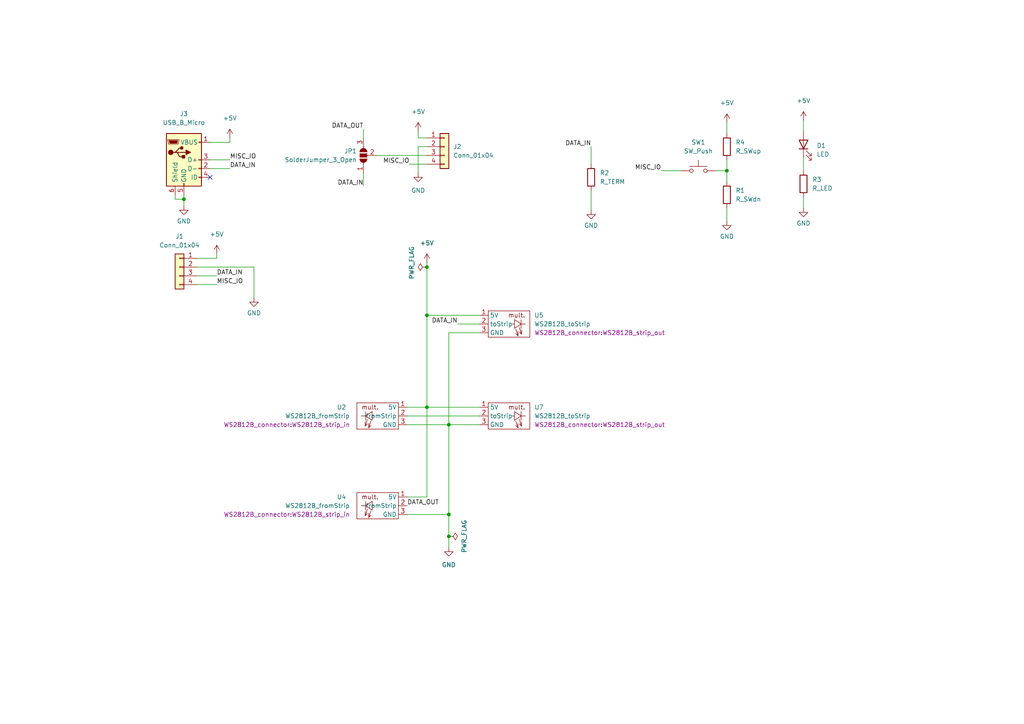
<source format=kicad_sch>
(kicad_sch (version 20211123) (generator eeschema)
  (paper "A4")
  (lib_symbols
    (symbol "Connector:USB_B_Micro" (pin_names (offset 1.016))
      (property "Reference" "J" (at -5.08 11.43 0))
      (property "Value" "USB_B_Micro" (at -5.08 8.89 0))
      (symbol "USB_B_Micro_0_1"
        (rectangle (start -5.08 -7.62) (end 5.08 7.62) (stroke (width 0.254)) (fill (type background)))
        (circle (center -3.81 2.159) (radius 0.635) (stroke (width 0.254)) (fill (type outline)))
        (circle (center -0.635 3.429) (radius 0.381) (stroke (width 0.254)) (fill (type outline)))
        (rectangle (start -0.127 -7.62) (end 0.127 -6.858))
        (polyline (pts (xy -1.905 2.159) (xy 0.635 2.159)) (stroke (width 0.254)))
        (polyline (pts (xy -3.175 2.159) (xy -2.54 2.159) (xy -1.27 3.429) (xy -0.635 3.429)) (stroke (width 0.254)))
        (polyline (pts (xy -2.54 2.159) (xy -1.905 2.159) (xy -1.27 0.889) (xy 0 0.889)) (stroke (width 0.254)))
        (polyline (pts (xy 0.635 2.794) (xy 0.635 1.524) (xy 1.905 2.159) (xy 0.635 2.794)) (stroke (width 0.254)) (fill (type outline)))
        (polyline (pts (xy -4.318 5.588) (xy -1.778 5.588) (xy -2.032 4.826) (xy -4.064 4.826) (xy -4.318 5.588)) (fill (type outline)))
        (polyline (pts (xy -4.699 5.842) (xy -4.699 5.588) (xy -4.445 4.826) (xy -4.445 4.572) (xy -1.651 4.572) (xy -1.651 4.826) (xy -1.397 5.588) (xy -1.397 5.842) (xy -4.699 5.842)))
        (rectangle (start 0.254 1.27) (end -0.508 0.508) (stroke (width 0.254)) (fill (type outline)))
        (rectangle (start 5.08 -5.207) (end 4.318 -4.953))
        (rectangle (start 5.08 -2.667) (end 4.318 -2.413))
        (rectangle (start 5.08 -0.127) (end 4.318 0.127))
        (rectangle (start 5.08 4.953) (end 4.318 5.207))
      )
      (symbol "USB_B_Micro_1_1"
        (pin power_out line (at 7.62 5.08 180) (length 2.54) (name "VBUS") (number "1"))
        (pin bidirectional line (at 7.62 -2.54 180) (length 2.54) (name "D-") (number "2"))
        (pin bidirectional line (at 7.62 0 180) (length 2.54) (name "D+") (number "3"))
        (pin passive line (at 7.62 -5.08 180) (length 2.54) (name "ID") (number "4"))
        (pin power_out line (at 0 -10.16 90) (length 2.54) (name "GND") (number "5"))
        (pin passive line (at -2.54 -10.16 90) (length 2.54) (name "Shield") (number "6"))
      )
    )
    (symbol "Connector_Generic:Conn_01x04" (pin_names (offset 1.016) hide)
      (property "Reference" "J" (at 0 5.08 0))
      (property "Value" "Conn_01x04" (at 0 -7.62 0))
      (symbol "Conn_01x04_1_1"
        (rectangle (start -1.27 -4.953) (end 0 -5.207) (stroke (width 0.1524)))
        (rectangle (start -1.27 -2.413) (end 0 -2.667) (stroke (width 0.1524)))
        (rectangle (start -1.27 0.127) (end 0 -0.127) (stroke (width 0.1524)))
        (rectangle (start -1.27 2.667) (end 0 2.413) (stroke (width 0.1524)))
        (rectangle (start -1.27 3.81) (end 1.27 -6.35) (stroke (width 0.254)) (fill (type background)))
        (pin passive line (at -5.08 2.54 0) (length 3.81) (name "Pin_1") (number "1"))
        (pin passive line (at -5.08 0 0) (length 3.81) (name "Pin_2") (number "2"))
        (pin passive line (at -5.08 -2.54 0) (length 3.81) (name "Pin_3") (number "3"))
        (pin passive line (at -5.08 -5.08 0) (length 3.81) (name "Pin_4") (number "4"))
      )
    )
    (symbol "Device:LED" (pin_numbers hide) (pin_names (offset 1.016) hide)
      (property "Reference" "D" (at 0 2.54 0))
      (property "Value" "LED" (at 0 -2.54 0))
      (symbol "LED_0_1"
        (polyline (pts (xy -1.27 -1.27) (xy -1.27 1.27)) (stroke (width 0.254)))
        (polyline (pts (xy -1.27 0) (xy 1.27 0)))
        (polyline (pts (xy 1.27 -1.27) (xy 1.27 1.27) (xy -1.27 0) (xy 1.27 -1.27)) (stroke (width 0.254)))
        (polyline (pts (xy -3.048 -0.762) (xy -4.572 -2.286) (xy -3.81 -2.286) (xy -4.572 -2.286) (xy -4.572 -1.524)))
        (polyline (pts (xy -1.778 -0.762) (xy -3.302 -2.286) (xy -2.54 -2.286) (xy -3.302 -2.286) (xy -3.302 -1.524)))
      )
      (symbol "LED_1_1"
        (pin passive line (at -3.81 0 0) (length 2.54) (name "K") (number "1"))
        (pin passive line (at 3.81 0 180) (length 2.54) (name "A") (number "2"))
      )
    )
    (symbol "Device:R" (pin_numbers hide) (pin_names (offset 0))
      (property "Reference" "R" (at 2.032 0 90))
      (property "Value" "R" (at 0 0 90))
      (symbol "R_0_1"
        (rectangle (start -1.016 -2.54) (end 1.016 2.54) (stroke (width 0.254)))
      )
      (symbol "R_1_1"
        (pin passive line (at 0 3.81 270) (length 1.27) (name "~") (number "1"))
        (pin passive line (at 0 -3.81 90) (length 1.27) (name "~") (number "2"))
      )
    )
    (symbol "Jumper:SolderJumper_3_Open" (pin_names (offset 0) hide)
      (property "Reference" "JP" (at -2.54 -2.54 0))
      (property "Value" "SolderJumper_3_Open" (at 0 2.794 0))
      (symbol "SolderJumper_3_Open_0_1"
        (arc (start -1.016 1.016) (mid -2.032 0) (end -1.016 -1.016))
        (arc (start -1.016 1.016) (mid -2.032 0) (end -1.016 -1.016) (fill (type outline)))
        (rectangle (start -0.508 1.016) (end 0.508 -1.016) (fill (type outline)))
        (polyline (pts (xy -2.54 0) (xy -2.032 0)))
        (polyline (pts (xy -1.016 1.016) (xy -1.016 -1.016)))
        (polyline (pts (xy 0 -1.27) (xy 0 -1.016)))
        (polyline (pts (xy 1.016 1.016) (xy 1.016 -1.016)))
        (polyline (pts (xy 2.54 0) (xy 2.032 0)))
        (arc (start 1.016 -1.016) (mid 2.032 0) (end 1.016 1.016))
        (arc (start 1.016 -1.016) (mid 2.032 0) (end 1.016 1.016) (fill (type outline)))
      )
      (symbol "SolderJumper_3_Open_1_1"
        (pin passive line (at -5.08 0 0) (length 2.54) (name "A") (number "1"))
        (pin passive line (at 0 -3.81 90) (length 2.54) (name "C") (number "2"))
        (pin passive line (at 5.08 0 180) (length 2.54) (name "B") (number "3"))
      )
    )
    (symbol "Switch:SW_Push" (pin_numbers hide) (pin_names (offset 1.016) hide)
      (property "Reference" "SW" (at 1.27 2.54 0))
      (property "Value" "SW_Push" (at 0 -1.524 0))
      (symbol "SW_Push_0_1"
        (circle (center -2.032 0) (radius 0.508))
        (polyline (pts (xy 0 1.27) (xy 0 3.048)))
        (polyline (pts (xy 2.54 1.27) (xy -2.54 1.27)))
        (circle (center 2.032 0) (radius 0.508))
        (pin passive line (at -5.08 0 0) (length 2.54) (name "1") (number "1"))
        (pin passive line (at 5.08 0 180) (length 2.54) (name "2") (number "2"))
      )
    )
    (symbol "WS2812B_strip:WS2812B_fromStrip"
      (property "Reference" "U" (at 0 3.81 0))
      (property "Value" "WS2812B_fromStrip" (at 0 -6.604 0))
      (property "Footprint" "WS2812B_connector:WS2812B_strip_in" (at 0 6.858 0))
      (symbol "WS2812B_fromStrip_0_0"
        (text "mult." (at 6.35 1.27 0) (effects (font (size 1.27 1.27))))
      )
      (symbol "WS2812B_fromStrip_0_1"
        (rectangle (start -1.905 2.54) (end 10.16 -5.08))
        (polyline (pts (xy 5.08 -1.27) (xy 5.715 -1.27)))
        (polyline (pts (xy 6.096 -2.794) (xy 6.731 -4.699)))
        (polyline (pts (xy 6.731 -4.699) (xy 6.096 -4.064)))
        (polyline (pts (xy 6.731 -4.699) (xy 6.731 -4.064)))
        (polyline (pts (xy 6.731 -4.064) (xy 6.731 -3.429)))
        (polyline (pts (xy 7.112 -2.286) (xy 7.747 -4.191)))
        (polyline (pts (xy 7.62 -1.27) (xy 8.89 -1.27)))
        (polyline (pts (xy 7.62 0) (xy 7.62 -2.54)))
        (polyline (pts (xy 7.747 -4.191) (xy 7.112 -3.556)))
        (polyline (pts (xy 7.747 -4.191) (xy 7.747 -3.556)))
        (polyline (pts (xy 7.747 -3.556) (xy 7.747 -2.921)))
        (polyline (pts (xy 5.715 0) (xy 5.715 -2.54) (xy 7.62 -1.27) (xy 5.715 0)))
      )
      (symbol "WS2812B_fromStrip_1_1"
        (pin power_in line (at -4.445 1.27 0) (length 2.54) (name "5V") (number "1"))
        (pin output line (at -4.445 -1.27 0) (length 2.54) (name "fromStrip") (number "2"))
        (pin power_in line (at -4.445 -3.81 0) (length 2.54) (name "GND") (number "3"))
      )
    )
    (symbol "WS2812B_strip:WS2812B_toStrip"
      (property "Reference" "U" (at 0 3.81 0))
      (property "Value" "WS2812B_toStrip" (at 0 -6.604 0))
      (property "Footprint" "WS2812B_connector:WS2812B_strip_out" (at 0 6.858 0))
      (symbol "WS2812B_toStrip_0_0"
        (text "mult." (at 6.35 1.27 0) (effects (font (size 1.27 1.27))))
      )
      (symbol "WS2812B_toStrip_0_1"
        (rectangle (start -1.905 2.54) (end 10.16 -5.08))
        (polyline (pts (xy 5.08 -1.27) (xy 5.715 -1.27)))
        (polyline (pts (xy 6.096 -2.794) (xy 6.731 -4.699)))
        (polyline (pts (xy 6.731 -4.699) (xy 6.096 -4.064)))
        (polyline (pts (xy 6.731 -4.699) (xy 6.731 -4.064)))
        (polyline (pts (xy 6.731 -4.064) (xy 6.731 -3.429)))
        (polyline (pts (xy 7.112 -2.286) (xy 7.747 -4.191)))
        (polyline (pts (xy 7.62 -1.27) (xy 8.89 -1.27)))
        (polyline (pts (xy 7.62 0) (xy 7.62 -2.54)))
        (polyline (pts (xy 7.747 -4.191) (xy 7.112 -3.556)))
        (polyline (pts (xy 7.747 -4.191) (xy 7.747 -3.556)))
        (polyline (pts (xy 7.747 -3.556) (xy 7.747 -2.921)))
        (polyline (pts (xy 5.715 0) (xy 5.715 -2.54) (xy 7.62 -1.27) (xy 5.715 0)))
      )
      (symbol "WS2812B_toStrip_1_1"
        (pin power_in line (at -4.445 1.27 0) (length 2.54) (name "5V") (number "1"))
        (pin input line (at -4.445 -1.27 0) (length 2.54) (name "toStrip") (number "2"))
        (pin power_in line (at -4.445 -3.81 0) (length 2.54) (name "GND") (number "3"))
      )
    )
    (symbol "power:+5V" (power) (pin_names (offset 0))
      (property "Value" "+5V" (at 0 3.556 0))
      (symbol "+5V_0_1"
        (polyline (pts (xy -0.762 1.27) (xy 0 2.54)))
        (polyline (pts (xy 0 0) (xy 0 2.54)))
        (polyline (pts (xy 0 2.54) (xy 0.762 1.27)))
      )
      (symbol "+5V_1_1"
        (pin power_in line (at 0 0 90) (length 0) hide (name "+5V") (number "1"))
      )
    )
    (symbol "power:GND" (power) (pin_names (offset 0))
      (property "Value" "GND" (at 0 -3.81 0))
      (symbol "GND_0_1"
        (polyline (pts (xy 0 0) (xy 0 -1.27) (xy 1.27 -1.27) (xy 0 -2.54) (xy -1.27 -1.27) (xy 0 -1.27)))
      )
      (symbol "GND_1_1"
        (pin power_in line (at 0 0 270) (length 0) hide (name "GND") (number "1"))
      )
    )
    (symbol "power:PWR_FLAG" (power) (pin_numbers hide) (pin_names (offset 0) hide)
      (property "Value" "PWR_FLAG" (at 0 3.81 0))
      (symbol "PWR_FLAG_0_0"
        (pin power_out line (at 0 0 90) (length 0) (name "pwr") (number "1"))
      )
      (symbol "PWR_FLAG_0_1"
        (polyline (pts (xy 0 0) (xy 0 1.27) (xy -1.016 1.905) (xy 0 2.54) (xy 1.016 1.905) (xy 0 1.27)))
      )
    )
  )
  (junction (at 123.825 118.11))
  (junction (at 210.82 49.53))
  (junction (at 123.825 91.44))
  (junction (at 123.825 77.47))
  (junction (at 130.175 123.19))
  (junction (at 53.34 57.785))
  (junction (at 130.175 155.575))
  (junction (at 130.175 149.225))
  (no_connect (at 60.96 51.435))
  (wire (pts (xy 130.175 123.19) (xy 139.065 123.19)))
  (wire (pts (xy 207.645 49.53) (xy 210.82 49.53)))
  (wire (pts (xy 105.41 50.165) (xy 105.41 53.975)))
  (wire (pts (xy 57.15 77.47) (xy 73.66 77.47)))
  (wire (pts (xy 130.175 123.19) (xy 130.175 149.225)))
  (wire (pts (xy 123.825 77.47) (xy 123.825 91.44)))
  (wire (pts (xy 210.82 46.355) (xy 210.82 49.53)))
  (wire (pts (xy 123.825 91.44) (xy 139.065 91.44)))
  (wire (pts (xy 171.45 55.245) (xy 171.45 60.96)))
  (wire (pts (xy 73.66 77.47) (xy 73.66 86.36)))
  (wire (pts (xy 130.175 96.52) (xy 139.065 96.52)))
  (wire (pts (xy 118.11 123.19) (xy 130.175 123.19)))
  (wire (pts (xy 191.77 49.53) (xy 197.485 49.53)))
  (wire (pts (xy 123.825 118.11) (xy 123.825 144.145)))
  (wire (pts (xy 60.96 48.895) (xy 66.675 48.895)))
  (wire (pts (xy 123.825 76.2) (xy 123.825 77.47)))
  (wire (pts (xy 66.675 41.275) (xy 66.675 40.005)))
  (wire (pts (xy 50.8 56.515) (xy 50.8 57.785)))
  (wire (pts (xy 66.675 46.355) (xy 60.96 46.355)))
  (wire (pts (xy 233.045 34.925) (xy 233.045 38.1)))
  (wire (pts (xy 53.34 57.785) (xy 53.34 59.69)))
  (wire (pts (xy 171.45 42.545) (xy 171.45 47.625)))
  (wire (pts (xy 121.285 42.545) (xy 123.825 42.545)))
  (wire (pts (xy 123.825 91.44) (xy 123.825 118.11)))
  (wire (pts (xy 118.11 118.11) (xy 123.825 118.11)))
  (wire (pts (xy 118.11 149.225) (xy 130.175 149.225)))
  (wire (pts (xy 109.22 45.085) (xy 123.825 45.085)))
  (wire (pts (xy 132.715 93.98) (xy 139.065 93.98)))
  (wire (pts (xy 60.96 41.275) (xy 66.675 41.275)))
  (wire (pts (xy 130.175 96.52) (xy 130.175 123.19)))
  (wire (pts (xy 57.15 74.93) (xy 62.865 74.93)))
  (wire (pts (xy 118.745 47.625) (xy 123.825 47.625)))
  (wire (pts (xy 233.045 57.15) (xy 233.045 60.325)))
  (wire (pts (xy 123.825 40.005) (xy 121.285 40.005)))
  (wire (pts (xy 118.11 120.65) (xy 139.065 120.65)))
  (wire (pts (xy 210.82 60.325) (xy 210.82 64.135)))
  (wire (pts (xy 62.865 74.93) (xy 62.865 73.66)))
  (wire (pts (xy 210.82 49.53) (xy 210.82 52.705)))
  (wire (pts (xy 53.34 56.515) (xy 53.34 57.785)))
  (wire (pts (xy 121.285 38.1) (xy 121.285 40.005)))
  (wire (pts (xy 121.285 50.165) (xy 121.285 42.545)))
  (wire (pts (xy 123.825 118.11) (xy 139.065 118.11)))
  (wire (pts (xy 62.865 80.01) (xy 57.15 80.01)))
  (wire (pts (xy 130.175 149.225) (xy 130.175 155.575)))
  (wire (pts (xy 123.825 144.145) (xy 118.11 144.145)))
  (wire (pts (xy 233.045 45.72) (xy 233.045 49.53)))
  (wire (pts (xy 50.8 57.785) (xy 53.34 57.785)))
  (wire (pts (xy 105.41 37.465) (xy 105.41 40.005)))
  (wire (pts (xy 210.82 35.56) (xy 210.82 38.735)))
  (wire (pts (xy 57.15 82.55) (xy 62.865 82.55)))
  (wire (pts (xy 130.175 155.575) (xy 130.175 158.75)))
  (label "DATA_OUT" (at 118.11 146.685 0))
  (label "DATA_IN" (at 105.41 53.975 180))
  (label "MISC_IO" (at 191.77 49.53 180))
  (label "DATA_IN" (at 66.675 48.895 0))
  (label "DATA_IN" (at 62.865 80.01 0))
  (label "MISC_IO" (at 118.745 47.625 180))
  (label "MISC_IO" (at 62.865 82.55 0))
  (label "MISC_IO" (at 66.675 46.355 0))
  (label "DATA_OUT" (at 105.41 37.465 180))
  (label "DATA_IN" (at 171.45 42.545 180))
  (label "DATA_IN" (at 132.715 93.98 180))
  (symbol (lib_id "power:PWR_FLAG") (at 130.175 155.575 270) (unit 1)
    (property "Reference" "#FLG0101" (effects hide))
    (property "Value" "PWR_FLAG" (at 134.62 160.3828 0) (effects (justify right)))
  )
  (symbol (lib_id "Connector_Generic:Conn_01x04") (at 128.905 42.545 0) (unit 1)
    (property "Reference" "J2" (at 131.445 42.5449 0) (effects (justify left)))
    (property "Value" "Conn_01x04" (at 131.445 45.0849 0) (effects (justify left)))
    (property "Footprint" "Connector_JST:JST_PH_S4B-PH-K_1x04_P2.00mm_Horizontal" (effects hide))
  )
  (symbol (lib_id "power:GND") (at 210.82 64.135 0) (unit 1)
    (property "Reference" "#PWR0104" (effects hide))
    (property "Value" "GND" (at 210.82 68.58 0))
  )
  (symbol (lib_id "Device:R") (at 171.45 51.435 0) (unit 1)
    (property "Reference" "R2" (at 173.99 50.1649 0) (effects (justify left)))
    (property "Value" "R_TERM" (at 173.99 52.7049 0) (effects (justify left)))
    (property "Footprint" "Resistor_SMD:R_0805_2012Metric_Pad1.20x1.40mm_HandSolder" (effects hide))
  )
  (symbol (lib_id "Device:R") (at 210.82 56.515 0) (unit 1)
    (property "Reference" "R1" (at 213.36 55.2449 0) (effects (justify left)))
    (property "Value" "R_SWdn" (at 213.36 57.7849 0) (effects (justify left)))
    (property "Footprint" "Resistor_SMD:R_0805_2012Metric_Pad1.20x1.40mm_HandSolder" (effects hide))
  )
  (symbol (lib_id "power:GND") (at 73.66 86.36 0) (unit 1)
    (property "Reference" "#PWR0108" (effects hide))
    (property "Value" "GND" (at 73.66 90.805 0))
  )
  (symbol (lib_id "power:GND") (at 130.175 158.75 0) (unit 1)
    (property "Reference" "#PWR0112" (effects hide))
    (property "Value" "GND" (at 130.175 163.83 0))
  )
  (symbol (lib_id "power:GND") (at 171.45 60.96 0) (unit 1)
    (property "Reference" "#PWR0107" (effects hide))
    (property "Value" "GND" (at 171.45 65.405 0))
  )
  (symbol (lib_id "power:PWR_FLAG") (at 123.825 77.47 90) (unit 1)
    (property "Reference" "#FLG0102" (effects hide))
    (property "Value" "PWR_FLAG" (at 119.38 76.2 0))
  )
  (symbol (lib_id "WS2812B_strip:WS2812B_toStrip") (at 143.51 92.71 0) (unit 1)
    (property "Reference" "U5" (at 154.94 91.4399 0) (effects (justify left)))
    (property "Value" "WS2812B_toStrip" (at 154.94 93.9799 0) (effects (justify left)))
    (property "Footprint" "WS2812B_connector:WS2812B_strip_out" (at 154.94 96.5199 0) (effects (justify left)))
  )
  (symbol (lib_id "power:+5V") (at 121.285 38.1 0) (unit 1)
    (property "Reference" "#PWR0113" (effects hide))
    (property "Value" "+5V" (at 121.285 32.385 0))
  )
  (symbol (lib_id "power:+5V") (at 66.675 40.005 0) (unit 1)
    (property "Reference" "#PWR0111" (effects hide))
    (property "Value" "+5V" (at 66.675 34.29 0))
  )
  (symbol (lib_id "Device:R") (at 233.045 53.34 0) (unit 1)
    (property "Reference" "R3" (at 235.585 52.0699 0) (effects (justify left)))
    (property "Value" "R_LED" (at 235.585 54.6099 0) (effects (justify left)))
    (property "Footprint" "Resistor_SMD:R_0805_2012Metric_Pad1.20x1.40mm_HandSolder" (effects hide))
  )
  (symbol (lib_id "Device:LED") (at 233.045 41.91 90) (unit 1)
    (property "Reference" "D1" (at 236.855 42.2274 90) (effects (justify right)))
    (property "Value" "LED" (at 236.855 44.7674 90) (effects (justify right)))
    (property "Footprint" "LED_SMD:LED_0805_2012Metric_Pad1.15x1.40mm_HandSolder" (effects hide))
  )
  (symbol (lib_id "power:GND") (at 233.045 60.325 0) (unit 1)
    (property "Reference" "#PWR0105" (effects hide))
    (property "Value" "GND" (at 233.045 64.77 0))
  )
  (symbol (lib_id "WS2812B_strip:WS2812B_fromStrip") (at 113.665 119.38 0) (mirror y) (unit 1)
    (property "Reference" "U2" (at 99.06 118.11 0))
    (property "Value" "WS2812B_fromStrip" (at 92.075 120.65 0))
    (property "Footprint" "WS2812B_connector:WS2812B_strip_in" (at 83.185 123.19 0))
  )
  (symbol (lib_id "WS2812B_strip:WS2812B_fromStrip") (at 113.665 145.415 0) (mirror y) (unit 1)
    (property "Reference" "U4" (at 99.06 144.145 0))
    (property "Value" "WS2812B_fromStrip" (at 92.075 146.685 0))
    (property "Footprint" "WS2812B_connector:WS2812B_strip_in" (at 83.185 149.225 0))
  )
  (symbol (lib_id "WS2812B_strip:WS2812B_toStrip") (at 143.51 119.38 0) (unit 1)
    (property "Reference" "U7" (at 154.94 118.1099 0) (effects (justify left)))
    (property "Value" "WS2812B_toStrip" (at 154.94 120.6499 0) (effects (justify left)))
    (property "Footprint" "WS2812B_connector:WS2812B_strip_out" (at 154.94 123.1899 0) (effects (justify left)))
  )
  (symbol (lib_id "power:GND") (at 121.285 50.165 0) (unit 1)
    (property "Reference" "#PWR0102" (effects hide))
    (property "Value" "GND" (at 121.285 55.245 0))
  )
  (symbol (lib_id "Connector_Generic:Conn_01x04") (at 52.07 77.47 0) (mirror y) (unit 1)
    (property "Reference" "J1" (at 52.07 68.58 0))
    (property "Value" "Conn_01x04" (at 52.07 71.12 0))
    (property "Footprint" "Connector_JST:JST_PH_S4B-PH-K_1x04_P2.00mm_Horizontal" (effects hide))
  )
  (symbol (lib_id "power:+5V") (at 233.045 34.925 0) (unit 1)
    (property "Reference" "#PWR0103" (effects hide))
    (property "Value" "+5V" (at 233.045 29.21 0))
  )
  (symbol (lib_id "Switch:SW_Push") (at 202.565 49.53 0) (unit 1)
    (property "Reference" "SW1" (at 202.565 41.275 0))
    (property "Value" "SW_Push" (at 202.565 43.815 0))
    (property "Footprint" "Button_Switch_THT:SW_PUSH_6mm" (effects hide))
  )
  (symbol (lib_id "Connector:USB_B_Micro") (at 53.34 46.355 0) (unit 1)
    (property "Reference" "J3" (at 53.34 33.02 0))
    (property "Value" "USB_B_Micro" (at 53.34 35.56 0))
    (property "Footprint" "Connector_USB_Extra:USB_Micro_MIUSB-F5M-BB-U" (effects hide))
  )
  (symbol (lib_id "power:+5V") (at 62.865 73.66 0) (unit 1)
    (property "Reference" "#PWR0110" (effects hide))
    (property "Value" "+5V" (at 62.865 67.945 0))
  )
  (symbol (lib_id "Jumper:SolderJumper_3_Open") (at 105.41 45.085 90) (unit 1)
    (property "Reference" "JP1" (at 103.505 43.8149 90) (effects (justify left)))
    (property "Value" "SolderJumper_3_Open" (at 103.505 46.3549 90) (effects (justify left)))
    (property "Footprint" "Jumper:SolderJumper-3_P2.0mm_Open_TrianglePad1.0x1.5mm" (effects hide))
  )
  (symbol (lib_id "power:+5V") (at 210.82 35.56 0) (unit 1)
    (property "Reference" "#PWR0106" (effects hide))
    (property "Value" "+5V" (at 210.82 29.845 0))
  )
  (symbol (lib_id "Device:R") (at 210.82 42.545 0) (unit 1)
    (property "Reference" "R4" (at 213.36 41.2749 0) (effects (justify left)))
    (property "Value" "R_SWup" (at 213.36 43.8149 0) (effects (justify left)))
    (property "Footprint" "Resistor_SMD:R_0805_2012Metric_Pad1.20x1.40mm_HandSolder" (effects hide))
  )
  (symbol (lib_id "power:+5V") (at 123.825 76.2 0) (unit 1)
    (property "Reference" "#PWR0101" (effects hide))
    (property "Value" "+5V" (at 123.825 70.485 0))
  )
  (symbol (lib_id "power:GND") (at 53.34 59.69 0) (unit 1)
    (property "Reference" "#PWR0109" (effects hide))
    (property "Value" "GND" (at 53.34 64.135 0))
  )
)
</source>
